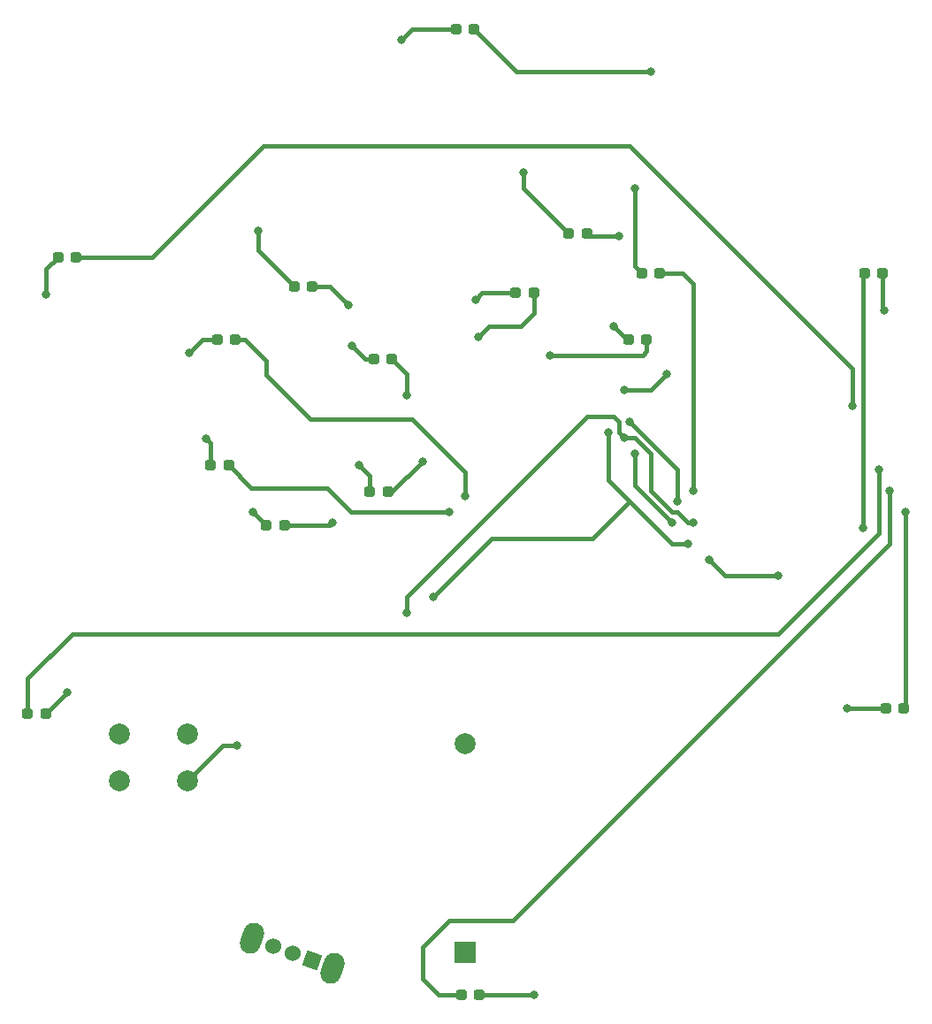
<source format=gtl>
%TF.GenerationSoftware,KiCad,Pcbnew,6.0.1+dfsg-1*%
%TF.CreationDate,2022-01-25T10:44:23+01:00*%
%TF.ProjectId,DTimponator-badge,4454696d-706f-46e6-9174-6f722d626164,2.0*%
%TF.SameCoordinates,Original*%
%TF.FileFunction,Copper,L1,Top*%
%TF.FilePolarity,Positive*%
%FSLAX46Y46*%
G04 Gerber Fmt 4.6, Leading zero omitted, Abs format (unit mm)*
G04 Created by KiCad (PCBNEW 6.0.1+dfsg-1) date 2022-01-25 10:44:23*
%MOMM*%
%LPD*%
G01*
G04 APERTURE LIST*
G04 Aperture macros list*
%AMRoundRect*
0 Rectangle with rounded corners*
0 $1 Rounding radius*
0 $2 $3 $4 $5 $6 $7 $8 $9 X,Y pos of 4 corners*
0 Add a 4 corners polygon primitive as box body*
4,1,4,$2,$3,$4,$5,$6,$7,$8,$9,$2,$3,0*
0 Add four circle primitives for the rounded corners*
1,1,$1+$1,$2,$3*
1,1,$1+$1,$4,$5*
1,1,$1+$1,$6,$7*
1,1,$1+$1,$8,$9*
0 Add four rect primitives between the rounded corners*
20,1,$1+$1,$2,$3,$4,$5,0*
20,1,$1+$1,$4,$5,$6,$7,0*
20,1,$1+$1,$6,$7,$8,$9,0*
20,1,$1+$1,$8,$9,$2,$3,0*%
%AMHorizOval*
0 Thick line with rounded ends*
0 $1 width*
0 $2 $3 position (X,Y) of the first rounded end (center of the circle)*
0 $4 $5 position (X,Y) of the second rounded end (center of the circle)*
0 Add line between two ends*
20,1,$1,$2,$3,$4,$5,0*
0 Add two circle primitives to create the rounded ends*
1,1,$1,$2,$3*
1,1,$1,$4,$5*%
%AMRotRect*
0 Rectangle, with rotation*
0 The origin of the aperture is its center*
0 $1 length*
0 $2 width*
0 $3 Rotation angle, in degrees counterclockwise*
0 Add horizontal line*
21,1,$1,$2,0,0,$3*%
G04 Aperture macros list end*
%TA.AperFunction,SMDPad,CuDef*%
%ADD10RoundRect,0.237500X-0.287500X-0.237500X0.287500X-0.237500X0.287500X0.237500X-0.287500X0.237500X0*%
%TD*%
%TA.AperFunction,SMDPad,CuDef*%
%ADD11RoundRect,0.237500X0.287500X0.237500X-0.287500X0.237500X-0.287500X-0.237500X0.287500X-0.237500X0*%
%TD*%
%TA.AperFunction,ComponentPad*%
%ADD12C,2.000000*%
%TD*%
%TA.AperFunction,ComponentPad*%
%ADD13R,2.000000X2.000000*%
%TD*%
%TA.AperFunction,ComponentPad*%
%ADD14HorizOval,2.000000X0.171010X0.469846X-0.171010X-0.469846X0*%
%TD*%
%TA.AperFunction,ComponentPad*%
%ADD15RotRect,1.524000X1.524000X160.000000*%
%TD*%
%TA.AperFunction,ComponentPad*%
%ADD16C,1.524000*%
%TD*%
%TA.AperFunction,ViaPad*%
%ADD17C,0.800000*%
%TD*%
%TA.AperFunction,Conductor*%
%ADD18C,0.400000*%
%TD*%
G04 APERTURE END LIST*
D10*
X115965000Y-64516000D03*
X117715000Y-64516000D03*
D11*
X156323000Y-135128000D03*
X154573000Y-135128000D03*
D10*
X170575000Y-72390000D03*
X172325000Y-72390000D03*
D11*
X194931000Y-66040000D03*
X193181000Y-66040000D03*
D10*
X131205000Y-72390000D03*
X132955000Y-72390000D03*
X138585000Y-67310000D03*
X140335000Y-67310000D03*
X171845000Y-66040000D03*
X173595000Y-66040000D03*
X195213000Y-107696000D03*
X196963000Y-107696000D03*
X154065000Y-42672000D03*
X155815000Y-42672000D03*
X164860000Y-62230000D03*
X166610000Y-62230000D03*
X145810000Y-86995000D03*
X147560000Y-86995000D03*
X146205000Y-74295000D03*
X147955000Y-74295000D03*
X130570000Y-84455000D03*
X132320000Y-84455000D03*
D11*
X114808000Y-108204000D03*
X113058000Y-108204000D03*
D10*
X159780000Y-67945000D03*
X161530000Y-67945000D03*
X135890000Y-90170000D03*
X137640000Y-90170000D03*
D12*
X121845000Y-114645000D03*
X128345000Y-114645000D03*
X128345000Y-110145000D03*
X121845000Y-110145000D03*
D13*
X154939999Y-131066001D03*
D12*
X154939999Y-111066001D03*
D14*
X134577260Y-129762971D03*
X142282740Y-132567537D03*
D15*
X140309385Y-131849294D03*
D16*
X138430000Y-131165254D03*
X136550615Y-130481214D03*
D17*
X143764000Y-69088000D03*
X169672000Y-62484000D03*
X184912000Y-94996000D03*
X178308000Y-93472000D03*
X174244000Y-75692000D03*
X170180000Y-77216000D03*
X135128000Y-61976000D03*
X172720000Y-46736000D03*
X192024000Y-78740000D03*
X144780000Y-84455000D03*
X160528000Y-56388000D03*
X116840000Y-106172000D03*
X170180000Y-81788000D03*
X149352000Y-98552000D03*
X176784000Y-89916000D03*
X168656000Y-81280000D03*
X151892000Y-97028000D03*
X176276000Y-91948000D03*
X133096000Y-111252000D03*
X128524000Y-73660000D03*
X154940000Y-87376000D03*
X130175000Y-81915000D03*
X153416000Y-88900000D03*
X134620000Y-88900000D03*
X174752000Y-89916000D03*
X171196000Y-83312000D03*
X142240000Y-89916000D03*
X150876000Y-84074000D03*
X144145000Y-73025000D03*
X149352000Y-77724000D03*
X155956000Y-68580000D03*
X156210000Y-72136000D03*
X169164000Y-71120000D03*
X163068000Y-73914000D03*
X171196000Y-57912000D03*
X176784000Y-86868000D03*
X148844000Y-43688000D03*
X114808000Y-68072000D03*
X194564000Y-84836000D03*
X161544000Y-135128000D03*
X195580000Y-86868000D03*
X191516000Y-107696000D03*
X197104000Y-88900000D03*
X195072000Y-69596000D03*
X193040000Y-90424000D03*
X170688000Y-80264000D03*
X175260000Y-87884000D03*
D18*
X143764000Y-69088000D02*
X141986000Y-67310000D01*
X141986000Y-67310000D02*
X140335000Y-67310000D01*
X169672000Y-62484000D02*
X166864000Y-62484000D01*
X166864000Y-62484000D02*
X166610000Y-62230000D01*
X172720000Y-77216000D02*
X174244000Y-75692000D01*
X178308000Y-93472000D02*
X179832000Y-94996000D01*
X179832000Y-94996000D02*
X184912000Y-94996000D01*
X170180000Y-77216000D02*
X172720000Y-77216000D01*
X138585000Y-67310000D02*
X135128000Y-63853000D01*
X135128000Y-63853000D02*
X135128000Y-61976000D01*
X172720000Y-46736000D02*
X159879000Y-46736000D01*
X159879000Y-46736000D02*
X155815000Y-42672000D01*
X192024000Y-78740000D02*
X192024000Y-75184000D01*
X170688000Y-53848000D02*
X135636000Y-53848000D01*
X124968000Y-64516000D02*
X117715000Y-64516000D01*
X135636000Y-53848000D02*
X124968000Y-64516000D01*
X192024000Y-75184000D02*
X170688000Y-53848000D01*
X145810000Y-86995000D02*
X145810000Y-85485000D01*
X145810000Y-85485000D02*
X144780000Y-84455000D01*
X164860000Y-62230000D02*
X160528000Y-57898000D01*
X160528000Y-57898000D02*
X160528000Y-56388000D01*
X114808000Y-108204000D02*
X116840000Y-106172000D01*
X169672000Y-80264000D02*
X169164000Y-79756000D01*
X170180000Y-81776557D02*
X169672000Y-81268557D01*
X166624000Y-79756000D02*
X149352000Y-97028000D01*
X170180000Y-81788000D02*
X170180000Y-81776557D01*
X176784000Y-89916000D02*
X176264557Y-89916000D01*
X174752000Y-88900000D02*
X172720000Y-86868000D01*
X169164000Y-79756000D02*
X166624000Y-79756000D01*
X172720000Y-86868000D02*
X172720000Y-84328000D01*
X171196000Y-81788000D02*
X170180000Y-81788000D01*
X169672000Y-81268557D02*
X169672000Y-80264000D01*
X172720000Y-84328000D02*
X172720000Y-83312000D01*
X149352000Y-97028000D02*
X149352000Y-98552000D01*
X176264557Y-89916000D02*
X175248557Y-88900000D01*
X172720000Y-83312000D02*
X171196000Y-81788000D01*
X175248557Y-88900000D02*
X174752000Y-88900000D01*
X176276000Y-91948000D02*
X174752000Y-91948000D01*
X157480000Y-91440000D02*
X151892000Y-97028000D01*
X170688000Y-87884000D02*
X168656000Y-85852000D01*
X172720000Y-89916000D02*
X170688000Y-87884000D01*
X168656000Y-85852000D02*
X168656000Y-81280000D01*
X167132000Y-91440000D02*
X157480000Y-91440000D01*
X170688000Y-87884000D02*
X167132000Y-91440000D01*
X174752000Y-91948000D02*
X172720000Y-89916000D01*
X133096000Y-111252000D02*
X131738000Y-111252000D01*
X131738000Y-111252000D02*
X128345000Y-114645000D01*
X129794000Y-72390000D02*
X128524000Y-73660000D01*
X131205000Y-72390000D02*
X129794000Y-72390000D01*
X135890000Y-74422000D02*
X133858000Y-72390000D01*
X133858000Y-72390000D02*
X132955000Y-72390000D01*
X154940000Y-87376000D02*
X154940000Y-85090000D01*
X135890000Y-75752356D02*
X135890000Y-74422000D01*
X140147644Y-80010000D02*
X135890000Y-75752356D01*
X154940000Y-85090000D02*
X149860000Y-80010000D01*
X149860000Y-80010000D02*
X140147644Y-80010000D01*
X130570000Y-84455000D02*
X130570000Y-82310000D01*
X130570000Y-82310000D02*
X130175000Y-81915000D01*
X153416000Y-88900000D02*
X144018000Y-88900000D01*
X144018000Y-88900000D02*
X141732000Y-86614000D01*
X141732000Y-86614000D02*
X134479000Y-86614000D01*
X134479000Y-86614000D02*
X132320000Y-84455000D01*
X135890000Y-90170000D02*
X134620000Y-88900000D01*
X171196000Y-86360000D02*
X171196000Y-83312000D01*
X174752000Y-89916000D02*
X171196000Y-86360000D01*
X142240000Y-89916000D02*
X141986000Y-90170000D01*
X141986000Y-90170000D02*
X137640000Y-90170000D01*
X150876000Y-84074000D02*
X147955000Y-86995000D01*
X147955000Y-86995000D02*
X147560000Y-86995000D01*
X146205000Y-74295000D02*
X145415000Y-74295000D01*
X145415000Y-74295000D02*
X144145000Y-73025000D01*
X149352000Y-75692000D02*
X147955000Y-74295000D01*
X149352000Y-77724000D02*
X149352000Y-75692000D01*
X159780000Y-67945000D02*
X156591000Y-67945000D01*
X156591000Y-67945000D02*
X155956000Y-68580000D01*
X161530000Y-69864000D02*
X161530000Y-67945000D01*
X160274000Y-71120000D02*
X161530000Y-69864000D01*
X157226000Y-71120000D02*
X160274000Y-71120000D01*
X156210000Y-72136000D02*
X157226000Y-71120000D01*
X170434000Y-72390000D02*
X169164000Y-71120000D01*
X170575000Y-72390000D02*
X170434000Y-72390000D01*
X171958000Y-73914000D02*
X172325000Y-73547000D01*
X163068000Y-73914000D02*
X171958000Y-73914000D01*
X172325000Y-73547000D02*
X172325000Y-72390000D01*
X171196000Y-65391000D02*
X171196000Y-57912000D01*
X171845000Y-66040000D02*
X171196000Y-65391000D01*
X175768000Y-66040000D02*
X173595000Y-66040000D01*
X176784000Y-86868000D02*
X176784000Y-67056000D01*
X176784000Y-67056000D02*
X175768000Y-66040000D01*
X149860000Y-42672000D02*
X148844000Y-43688000D01*
X154065000Y-42672000D02*
X149860000Y-42672000D01*
X114808000Y-65673000D02*
X114808000Y-68072000D01*
X115965000Y-64516000D02*
X114808000Y-65673000D01*
X184912000Y-100584000D02*
X117348000Y-100584000D01*
X194564000Y-90932000D02*
X184912000Y-100584000D01*
X117348000Y-100584000D02*
X113058000Y-104874000D01*
X194564000Y-84836000D02*
X194564000Y-90932000D01*
X113058000Y-104874000D02*
X113058000Y-108204000D01*
X156323000Y-135128000D02*
X161544000Y-135128000D01*
X153416000Y-128016000D02*
X150876000Y-130556000D01*
X152400000Y-135128000D02*
X154573000Y-135128000D01*
X195580000Y-86868000D02*
X195580000Y-91948000D01*
X159512000Y-128016000D02*
X153416000Y-128016000D01*
X150876000Y-133604000D02*
X152400000Y-135128000D01*
X195580000Y-91948000D02*
X159512000Y-128016000D01*
X150876000Y-130556000D02*
X150876000Y-133604000D01*
X195213000Y-107696000D02*
X191516000Y-107696000D01*
X197104000Y-107555000D02*
X196963000Y-107696000D01*
X197104000Y-88900000D02*
X197104000Y-107555000D01*
X194931000Y-66040000D02*
X194931000Y-69455000D01*
X194931000Y-69455000D02*
X195072000Y-69596000D01*
X193040000Y-66181000D02*
X193181000Y-66040000D01*
X193040000Y-90424000D02*
X193040000Y-66181000D01*
X175260000Y-84836000D02*
X170688000Y-80264000D01*
X175260000Y-87884000D02*
X175260000Y-84836000D01*
M02*

</source>
